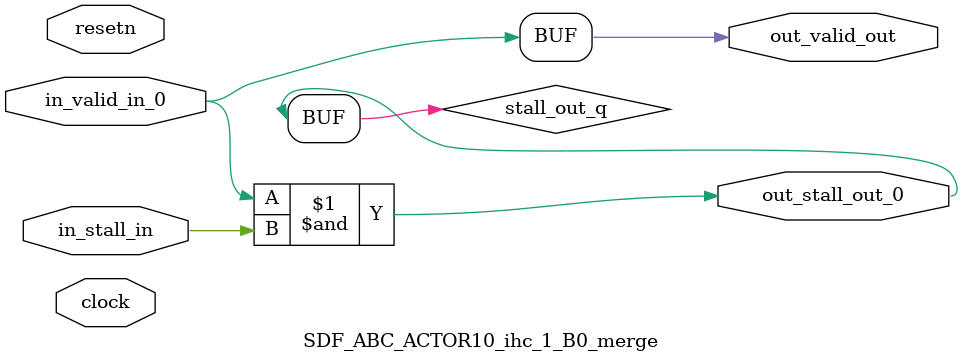
<source format=sv>



(* altera_attribute = "-name AUTO_SHIFT_REGISTER_RECOGNITION OFF; -name MESSAGE_DISABLE 10036; -name MESSAGE_DISABLE 10037; -name MESSAGE_DISABLE 14130; -name MESSAGE_DISABLE 14320; -name MESSAGE_DISABLE 15400; -name MESSAGE_DISABLE 14130; -name MESSAGE_DISABLE 10036; -name MESSAGE_DISABLE 12020; -name MESSAGE_DISABLE 12030; -name MESSAGE_DISABLE 12010; -name MESSAGE_DISABLE 12110; -name MESSAGE_DISABLE 14320; -name MESSAGE_DISABLE 13410; -name MESSAGE_DISABLE 113007; -name MESSAGE_DISABLE 10958" *)
module SDF_ABC_ACTOR10_ihc_1_B0_merge (
    input wire [0:0] in_stall_in,
    input wire [0:0] in_valid_in_0,
    output wire [0:0] out_stall_out_0,
    output wire [0:0] out_valid_out,
    input wire clock,
    input wire resetn
    );

    wire [0:0] stall_out_q;


    // stall_out(LOGICAL,6)
    assign stall_out_q = in_valid_in_0 & in_stall_in;

    // out_stall_out_0(GPOUT,4)
    assign out_stall_out_0 = stall_out_q;

    // out_valid_out(GPOUT,5)
    assign out_valid_out = in_valid_in_0;

endmodule

</source>
